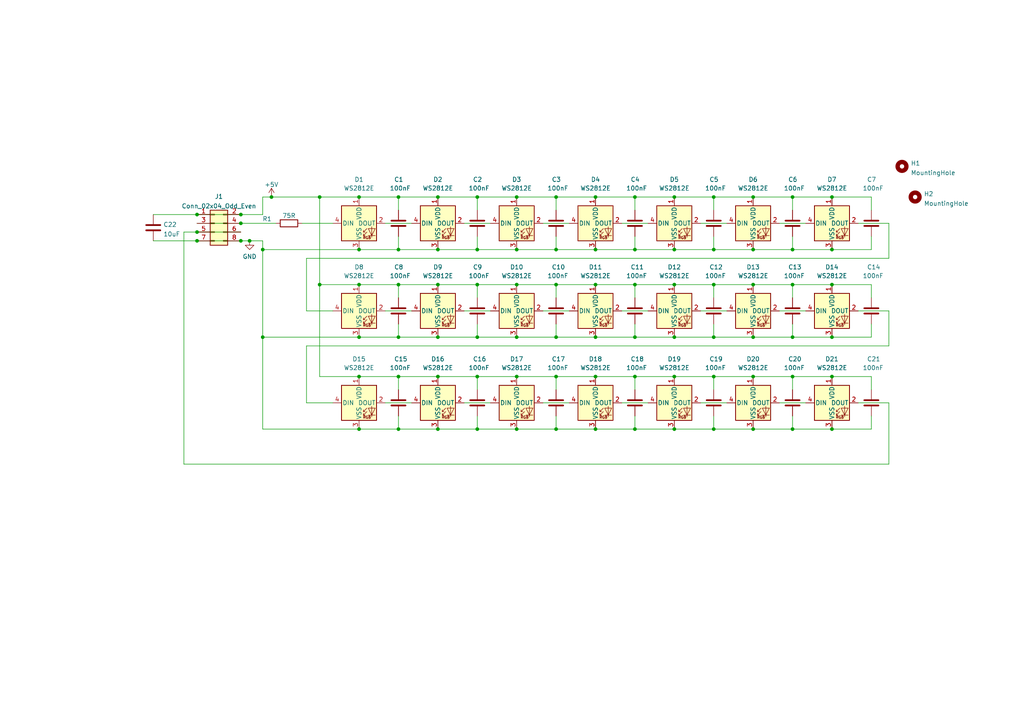
<source format=kicad_sch>
(kicad_sch (version 20211123) (generator eeschema)
  (paper "A4")
  (lib_symbols
    (symbol "Connector_Generic:Conn_02x04_Odd_Even" (pin_names (offset 1.016) hide)
      (property "Reference" "J" (at 1.27 5.08 0))
      (property "Value" "Conn_02x04_Odd_Even" (at 1.27 -7.62 0))
      (symbol "Conn_02x04_Odd_Even_1_1"
        (rectangle (start -1.27 -4.953) (end 0 -5.207) (stroke (width 0.1524)))
        (rectangle (start -1.27 -2.413) (end 0 -2.667) (stroke (width 0.1524)))
        (rectangle (start -1.27 0.127) (end 0 -0.127) (stroke (width 0.1524)))
        (rectangle (start -1.27 2.667) (end 0 2.413) (stroke (width 0.1524)))
        (rectangle (start -1.27 3.81) (end 3.81 -6.35) (stroke (width 0.254)) (fill (type background)))
        (rectangle (start 3.81 -4.953) (end 2.54 -5.207) (stroke (width 0.1524)))
        (rectangle (start 3.81 -2.413) (end 2.54 -2.667) (stroke (width 0.1524)))
        (rectangle (start 3.81 0.127) (end 2.54 -0.127) (stroke (width 0.1524)))
        (rectangle (start 3.81 2.667) (end 2.54 2.413) (stroke (width 0.1524)))
        (pin passive line (at -5.08 2.54 0) (length 3.81) (name "Pin_1") (number "1"))
        (pin passive line (at 7.62 2.54 180) (length 3.81) (name "Pin_2") (number "2"))
        (pin passive line (at -5.08 0 0) (length 3.81) (name "Pin_3") (number "3"))
        (pin passive line (at 7.62 0 180) (length 3.81) (name "Pin_4") (number "4"))
        (pin passive line (at -5.08 -2.54 0) (length 3.81) (name "Pin_5") (number "5"))
        (pin passive line (at 7.62 -2.54 180) (length 3.81) (name "Pin_6") (number "6"))
        (pin passive line (at -5.08 -5.08 0) (length 3.81) (name "Pin_7") (number "7"))
        (pin passive line (at 7.62 -5.08 180) (length 3.81) (name "Pin_8") (number "8"))
      )
    )
    (symbol "Device:C" (pin_numbers hide) (pin_names (offset 0.254))
      (property "Reference" "C" (at 0.635 2.54 0))
      (property "Value" "C" (at 0.635 -2.54 0))
      (symbol "C_0_1"
        (polyline (pts (xy -2.032 -0.762) (xy 2.032 -0.762)) (stroke (width 0.508)))
        (polyline (pts (xy -2.032 0.762) (xy 2.032 0.762)) (stroke (width 0.508)))
      )
      (symbol "C_1_1"
        (pin passive line (at 0 3.81 270) (length 2.794) (name "~") (number "1"))
        (pin passive line (at 0 -3.81 90) (length 2.794) (name "~") (number "2"))
      )
    )
    (symbol "Device:R" (pin_numbers hide) (pin_names (offset 0))
      (property "Reference" "R" (at 2.032 0 90))
      (property "Value" "R" (at 0 0 90))
      (symbol "R_0_1"
        (rectangle (start -1.016 -2.54) (end 1.016 2.54) (stroke (width 0.254)))
      )
      (symbol "R_1_1"
        (pin passive line (at 0 3.81 270) (length 1.27) (name "~") (number "1"))
        (pin passive line (at 0 -3.81 90) (length 1.27) (name "~") (number "2"))
      )
    )
    (symbol "LED:WS2812B" (pin_names (offset 0.254))
      (property "Reference" "D" (at 5.08 5.715 0))
      (property "Value" "WS2812B" (at 1.27 -5.715 0))
      (symbol "WS2812B_0_0"
        (text "RGB" (at 2.286 -4.191 0) (effects (font (size 0.762 0.762))))
      )
      (symbol "WS2812B_0_1"
        (polyline (pts (xy 1.27 -3.556) (xy 1.778 -3.556)))
        (polyline (pts (xy 1.27 -2.54) (xy 1.778 -2.54)))
        (polyline (pts (xy 4.699 -3.556) (xy 2.667 -3.556)))
        (polyline (pts (xy 2.286 -2.54) (xy 1.27 -3.556) (xy 1.27 -3.048)))
        (polyline (pts (xy 2.286 -1.524) (xy 1.27 -2.54) (xy 1.27 -2.032)))
        (polyline (pts (xy 3.683 -1.016) (xy 3.683 -3.556) (xy 3.683 -4.064)))
        (polyline (pts (xy 4.699 -1.524) (xy 2.667 -1.524) (xy 3.683 -3.556) (xy 4.699 -1.524)))
        (rectangle (start 5.08 5.08) (end -5.08 -5.08) (stroke (width 0.254)) (fill (type background)))
      )
      (symbol "WS2812B_1_1"
        (pin power_in line (at 0 7.62 270) (length 2.54) (name "VDD") (number "1"))
        (pin output line (at 7.62 0 180) (length 2.54) (name "DOUT") (number "2"))
        (pin power_in line (at 0 -7.62 90) (length 2.54) (name "VSS") (number "3"))
        (pin input line (at -7.62 0 0) (length 2.54) (name "DIN") (number "4"))
      )
    )
    (symbol "Mechanical:MountingHole" (pin_names (offset 1.016))
      (property "Reference" "H" (at 0 5.08 0))
      (property "Value" "MountingHole" (at 0 3.175 0))
      (symbol "MountingHole_0_1"
        (circle (center 0 0) (radius 1.27) (stroke (width 1.27)))
      )
    )
    (symbol "power:+5V" (power) (pin_names (offset 0))
      (property "Value" "+5V" (at 0 3.556 0))
      (symbol "+5V_0_1"
        (polyline (pts (xy -0.762 1.27) (xy 0 2.54)))
        (polyline (pts (xy 0 0) (xy 0 2.54)))
        (polyline (pts (xy 0 2.54) (xy 0.762 1.27)))
      )
      (symbol "+5V_1_1"
        (pin power_in line (at 0 0 90) (length 0) hide (name "+5V") (number "1"))
      )
    )
    (symbol "power:GND" (power) (pin_names (offset 0))
      (property "Value" "GND" (at 0 -3.81 0))
      (symbol "GND_0_1"
        (polyline (pts (xy 0 0) (xy 0 -1.27) (xy 1.27 -1.27) (xy 0 -2.54) (xy -1.27 -1.27) (xy 0 -1.27)))
      )
      (symbol "GND_1_1"
        (pin power_in line (at 0 0 270) (length 0) hide (name "GND") (number "1"))
      )
    )
  )
  (junction (at 138.43 109.22))
  (junction (at 149.86 82.55))
  (junction (at 149.86 72.39))
  (junction (at 127 124.46))
  (junction (at 161.29 57.15))
  (junction (at 195.58 97.79))
  (junction (at 69.85 69.85))
  (junction (at 115.57 124.46))
  (junction (at 149.86 97.79))
  (junction (at 241.3 82.55))
  (junction (at 161.29 124.46))
  (junction (at 127 57.15))
  (junction (at 207.01 124.46))
  (junction (at 172.72 97.79))
  (junction (at 218.44 124.46))
  (junction (at 241.3 57.15))
  (junction (at 184.15 72.39))
  (junction (at 127 82.55))
  (junction (at 241.3 109.22))
  (junction (at 78.74 57.15))
  (junction (at 69.85 62.23))
  (junction (at 241.3 97.79))
  (junction (at 229.87 82.55))
  (junction (at 207.01 72.39))
  (junction (at 195.58 72.39))
  (junction (at 184.15 124.46))
  (junction (at 138.43 97.79))
  (junction (at 161.29 82.55))
  (junction (at 195.58 109.22))
  (junction (at 172.72 124.46))
  (junction (at 72.39 69.85))
  (junction (at 218.44 72.39))
  (junction (at 138.43 124.46))
  (junction (at 195.58 82.55))
  (junction (at 184.15 109.22))
  (junction (at 229.87 109.22))
  (junction (at 241.3 72.39))
  (junction (at 207.01 57.15))
  (junction (at 229.87 97.79))
  (junction (at 69.85 64.77))
  (junction (at 184.15 57.15))
  (junction (at 218.44 82.55))
  (junction (at 104.14 57.15))
  (junction (at 104.14 82.55))
  (junction (at 138.43 57.15))
  (junction (at 172.72 109.22))
  (junction (at 104.14 124.46))
  (junction (at 104.14 72.39))
  (junction (at 115.57 82.55))
  (junction (at 195.58 57.15))
  (junction (at 92.71 82.55))
  (junction (at 57.15 62.23))
  (junction (at 161.29 72.39))
  (junction (at 149.86 124.46))
  (junction (at 57.15 69.85))
  (junction (at 76.2 97.79))
  (junction (at 115.57 57.15))
  (junction (at 218.44 57.15))
  (junction (at 184.15 82.55))
  (junction (at 76.2 72.39))
  (junction (at 104.14 109.22))
  (junction (at 195.58 124.46))
  (junction (at 218.44 97.79))
  (junction (at 229.87 57.15))
  (junction (at 127 72.39))
  (junction (at 138.43 82.55))
  (junction (at 218.44 109.22))
  (junction (at 138.43 72.39))
  (junction (at 127 109.22))
  (junction (at 127 97.79))
  (junction (at 161.29 109.22))
  (junction (at 115.57 109.22))
  (junction (at 172.72 82.55))
  (junction (at 149.86 57.15))
  (junction (at 161.29 97.79))
  (junction (at 149.86 109.22))
  (junction (at 115.57 97.79))
  (junction (at 104.14 97.79))
  (junction (at 115.57 72.39))
  (junction (at 184.15 97.79))
  (junction (at 57.15 67.31))
  (junction (at 207.01 109.22))
  (junction (at 92.71 57.15))
  (junction (at 172.72 57.15))
  (junction (at 207.01 97.79))
  (junction (at 229.87 72.39))
  (junction (at 172.72 72.39))
  (junction (at 241.3 124.46))
  (junction (at 207.01 82.55))
  (junction (at 229.87 124.46))
  (wire (pts (xy 184.15 124.46) (xy 184.15 120.65)))
  (wire (pts (xy 229.87 124.46) (xy 241.3 124.46)))
  (wire (pts (xy 207.01 109.22) (xy 218.44 109.22)))
  (wire (pts (xy 207.01 124.46) (xy 207.01 120.65)))
  (wire (pts (xy 172.72 124.46) (xy 184.15 124.46)))
  (wire (pts (xy 76.2 69.85) (xy 72.39 69.85)))
  (wire (pts (xy 149.86 97.79) (xy 161.29 97.79)))
  (wire (pts (xy 115.57 124.46) (xy 115.57 120.65)))
  (wire (pts (xy 195.58 124.46) (xy 207.01 124.46)))
  (wire (pts (xy 115.57 109.22) (xy 104.14 109.22)))
  (wire (pts (xy 115.57 57.15) (xy 104.14 57.15)))
  (wire (pts (xy 184.15 109.22) (xy 172.72 109.22)))
  (wire (pts (xy 229.87 72.39) (xy 241.3 72.39)))
  (wire (pts (xy 180.34 90.17) (xy 187.96 90.17)))
  (wire (pts (xy 127 72.39) (xy 138.43 72.39)))
  (wire (pts (xy 161.29 109.22) (xy 149.86 109.22)))
  (wire (pts (xy 44.45 62.23) (xy 57.15 62.23)))
  (wire (pts (xy 184.15 82.55) (xy 195.58 82.55)))
  (wire (pts (xy 218.44 97.79) (xy 229.87 97.79)))
  (wire (pts (xy 92.71 82.55) (xy 92.71 109.22)))
  (wire (pts (xy 229.87 57.15) (xy 218.44 57.15)))
  (wire (pts (xy 115.57 86.36) (xy 115.57 82.55)))
  (wire (pts (xy 184.15 72.39) (xy 184.15 68.58)))
  (wire (pts (xy 229.87 86.36) (xy 229.87 82.55)))
  (wire (pts (xy 115.57 97.79) (xy 115.57 93.98)))
  (wire (pts (xy 161.29 72.39) (xy 161.29 68.58)))
  (wire (pts (xy 115.57 97.79) (xy 127 97.79)))
  (wire (pts (xy 252.73 72.39) (xy 252.73 68.58)))
  (wire (pts (xy 127 97.79) (xy 138.43 97.79)))
  (wire (pts (xy 229.87 57.15) (xy 241.3 57.15)))
  (wire (pts (xy 229.87 109.22) (xy 241.3 109.22)))
  (wire (pts (xy 218.44 72.39) (xy 229.87 72.39)))
  (wire (pts (xy 76.2 124.46) (xy 76.2 97.79)))
  (wire (pts (xy 78.74 57.15) (xy 76.2 57.15)))
  (wire (pts (xy 92.71 57.15) (xy 92.71 82.55)))
  (wire (pts (xy 161.29 82.55) (xy 149.86 82.55)))
  (wire (pts (xy 207.01 72.39) (xy 218.44 72.39)))
  (wire (pts (xy 184.15 97.79) (xy 195.58 97.79)))
  (wire (pts (xy 184.15 57.15) (xy 195.58 57.15)))
  (wire (pts (xy 226.06 64.77) (xy 233.68 64.77)))
  (wire (pts (xy 138.43 124.46) (xy 138.43 120.65)))
  (wire (pts (xy 207.01 97.79) (xy 207.01 93.98)))
  (wire (pts (xy 88.9 74.93) (xy 88.9 90.17)))
  (wire (pts (xy 257.81 100.33) (xy 257.81 90.17)))
  (wire (pts (xy 207.01 109.22) (xy 195.58 109.22)))
  (wire (pts (xy 229.87 113.03) (xy 229.87 109.22)))
  (wire (pts (xy 115.57 82.55) (xy 127 82.55)))
  (wire (pts (xy 138.43 82.55) (xy 127 82.55)))
  (wire (pts (xy 184.15 86.36) (xy 184.15 82.55)))
  (wire (pts (xy 195.58 72.39) (xy 207.01 72.39)))
  (wire (pts (xy 115.57 124.46) (xy 127 124.46)))
  (wire (pts (xy 241.3 72.39) (xy 252.73 72.39)))
  (wire (pts (xy 138.43 57.15) (xy 149.86 57.15)))
  (wire (pts (xy 184.15 82.55) (xy 172.72 82.55)))
  (wire (pts (xy 229.87 97.79) (xy 241.3 97.79)))
  (wire (pts (xy 138.43 60.96) (xy 138.43 57.15)))
  (wire (pts (xy 241.3 124.46) (xy 252.73 124.46)))
  (wire (pts (xy 226.06 116.84) (xy 233.68 116.84)))
  (wire (pts (xy 92.71 109.22) (xy 104.14 109.22)))
  (wire (pts (xy 226.06 90.17) (xy 233.68 90.17)))
  (wire (pts (xy 138.43 72.39) (xy 149.86 72.39)))
  (wire (pts (xy 138.43 97.79) (xy 138.43 93.98)))
  (wire (pts (xy 252.73 86.36) (xy 252.73 82.55)))
  (wire (pts (xy 149.86 72.39) (xy 161.29 72.39)))
  (wire (pts (xy 207.01 57.15) (xy 195.58 57.15)))
  (wire (pts (xy 207.01 113.03) (xy 207.01 109.22)))
  (wire (pts (xy 138.43 109.22) (xy 127 109.22)))
  (wire (pts (xy 229.87 82.55) (xy 218.44 82.55)))
  (wire (pts (xy 161.29 57.15) (xy 149.86 57.15)))
  (wire (pts (xy 76.2 97.79) (xy 76.2 72.39)))
  (wire (pts (xy 161.29 124.46) (xy 161.29 120.65)))
  (wire (pts (xy 161.29 72.39) (xy 172.72 72.39)))
  (wire (pts (xy 257.81 134.62) (xy 53.34 134.62)))
  (wire (pts (xy 161.29 82.55) (xy 172.72 82.55)))
  (wire (pts (xy 57.15 67.31) (xy 69.85 67.31)))
  (wire (pts (xy 172.72 97.79) (xy 184.15 97.79)))
  (wire (pts (xy 161.29 97.79) (xy 161.29 93.98)))
  (wire (pts (xy 161.29 124.46) (xy 172.72 124.46)))
  (wire (pts (xy 57.15 69.85) (xy 69.85 69.85)))
  (wire (pts (xy 207.01 124.46) (xy 218.44 124.46)))
  (wire (pts (xy 184.15 57.15) (xy 172.72 57.15)))
  (wire (pts (xy 76.2 97.79) (xy 104.14 97.79)))
  (wire (pts (xy 157.48 90.17) (xy 165.1 90.17)))
  (wire (pts (xy 138.43 113.03) (xy 138.43 109.22)))
  (wire (pts (xy 115.57 68.58) (xy 115.57 72.39)))
  (wire (pts (xy 115.57 82.55) (xy 104.14 82.55)))
  (wire (pts (xy 92.71 82.55) (xy 104.14 82.55)))
  (wire (pts (xy 111.76 116.84) (xy 119.38 116.84)))
  (wire (pts (xy 257.81 64.77) (xy 257.81 74.93)))
  (wire (pts (xy 207.01 97.79) (xy 218.44 97.79)))
  (wire (pts (xy 229.87 72.39) (xy 229.87 68.58)))
  (wire (pts (xy 53.34 134.62) (xy 53.34 67.31)))
  (wire (pts (xy 138.43 124.46) (xy 149.86 124.46)))
  (wire (pts (xy 161.29 109.22) (xy 172.72 109.22)))
  (wire (pts (xy 138.43 97.79) (xy 149.86 97.79)))
  (wire (pts (xy 134.62 90.17) (xy 142.24 90.17)))
  (wire (pts (xy 115.57 60.96) (xy 115.57 57.15)))
  (wire (pts (xy 172.72 72.39) (xy 184.15 72.39)))
  (wire (pts (xy 88.9 116.84) (xy 96.52 116.84)))
  (wire (pts (xy 252.73 82.55) (xy 241.3 82.55)))
  (wire (pts (xy 134.62 64.77) (xy 142.24 64.77)))
  (wire (pts (xy 207.01 86.36) (xy 207.01 82.55)))
  (wire (pts (xy 203.2 64.77) (xy 210.82 64.77)))
  (wire (pts (xy 69.85 64.77) (xy 80.01 64.77)))
  (wire (pts (xy 111.76 64.77) (xy 119.38 64.77)))
  (wire (pts (xy 207.01 82.55) (xy 218.44 82.55)))
  (wire (pts (xy 149.86 124.46) (xy 161.29 124.46)))
  (wire (pts (xy 229.87 124.46) (xy 229.87 120.65)))
  (wire (pts (xy 184.15 60.96) (xy 184.15 57.15)))
  (wire (pts (xy 69.85 62.23) (xy 76.2 62.23)))
  (wire (pts (xy 88.9 100.33) (xy 257.81 100.33)))
  (wire (pts (xy 92.71 57.15) (xy 78.74 57.15)))
  (wire (pts (xy 195.58 97.79) (xy 207.01 97.79)))
  (wire (pts (xy 229.87 97.79) (xy 229.87 93.98)))
  (wire (pts (xy 229.87 60.96) (xy 229.87 57.15)))
  (wire (pts (xy 115.57 109.22) (xy 127 109.22)))
  (wire (pts (xy 184.15 109.22) (xy 195.58 109.22)))
  (wire (pts (xy 161.29 86.36) (xy 161.29 82.55)))
  (wire (pts (xy 44.45 69.85) (xy 57.15 69.85)))
  (wire (pts (xy 207.01 82.55) (xy 195.58 82.55)))
  (wire (pts (xy 138.43 82.55) (xy 149.86 82.55)))
  (wire (pts (xy 203.2 90.17) (xy 210.82 90.17)))
  (wire (pts (xy 184.15 72.39) (xy 195.58 72.39)))
  (wire (pts (xy 161.29 113.03) (xy 161.29 109.22)))
  (wire (pts (xy 161.29 60.96) (xy 161.29 57.15)))
  (wire (pts (xy 104.14 72.39) (xy 115.57 72.39)))
  (wire (pts (xy 115.57 72.39) (xy 127 72.39)))
  (wire (pts (xy 134.62 116.84) (xy 142.24 116.84)))
  (wire (pts (xy 184.15 124.46) (xy 195.58 124.46)))
  (wire (pts (xy 57.15 62.23) (xy 69.85 62.23)))
  (wire (pts (xy 111.76 90.17) (xy 119.38 90.17)))
  (wire (pts (xy 252.73 97.79) (xy 252.73 93.98)))
  (wire (pts (xy 252.73 124.46) (xy 252.73 120.65)))
  (wire (pts (xy 138.43 57.15) (xy 127 57.15)))
  (wire (pts (xy 248.92 116.84) (xy 257.81 116.84)))
  (wire (pts (xy 88.9 90.17) (xy 96.52 90.17)))
  (wire (pts (xy 180.34 116.84) (xy 187.96 116.84)))
  (wire (pts (xy 257.81 116.84) (xy 257.81 134.62)))
  (wire (pts (xy 157.48 116.84) (xy 165.1 116.84)))
  (wire (pts (xy 241.3 97.79) (xy 252.73 97.79)))
  (wire (pts (xy 184.15 97.79) (xy 184.15 93.98)))
  (wire (pts (xy 252.73 60.96) (xy 252.73 57.15)))
  (wire (pts (xy 127 124.46) (xy 138.43 124.46)))
  (wire (pts (xy 87.63 64.77) (xy 96.52 64.77)))
  (wire (pts (xy 157.48 64.77) (xy 165.1 64.77)))
  (wire (pts (xy 53.34 67.31) (xy 57.15 67.31)))
  (wire (pts (xy 257.81 74.93) (xy 88.9 74.93)))
  (wire (pts (xy 138.43 72.39) (xy 138.43 68.58)))
  (wire (pts (xy 104.14 124.46) (xy 115.57 124.46)))
  (wire (pts (xy 229.87 82.55) (xy 241.3 82.55)))
  (wire (pts (xy 104.14 97.79) (xy 115.57 97.79)))
  (wire (pts (xy 257.81 90.17) (xy 248.92 90.17)))
  (wire (pts (xy 218.44 124.46) (xy 229.87 124.46)))
  (wire (pts (xy 76.2 72.39) (xy 76.2 69.85)))
  (wire (pts (xy 207.01 60.96) (xy 207.01 57.15)))
  (wire (pts (xy 252.73 113.03) (xy 252.73 109.22)))
  (wire (pts (xy 104.14 72.39) (xy 76.2 72.39)))
  (wire (pts (xy 229.87 109.22) (xy 218.44 109.22)))
  (wire (pts (xy 115.57 57.15) (xy 127 57.15)))
  (wire (pts (xy 72.39 69.85) (xy 69.85 69.85)))
  (wire (pts (xy 248.92 64.77) (xy 257.81 64.77)))
  (wire (pts (xy 57.15 64.77) (xy 69.85 64.77)))
  (wire (pts (xy 115.57 113.03) (xy 115.57 109.22)))
  (wire (pts (xy 161.29 57.15) (xy 172.72 57.15)))
  (wire (pts (xy 207.01 72.39) (xy 207.01 68.58)))
  (wire (pts (xy 138.43 109.22) (xy 149.86 109.22)))
  (wire (pts (xy 207.01 57.15) (xy 218.44 57.15)))
  (wire (pts (xy 76.2 57.15) (xy 76.2 62.23)))
  (wire (pts (xy 252.73 57.15) (xy 241.3 57.15)))
  (wire (pts (xy 104.14 57.15) (xy 92.71 57.15)))
  (wire (pts (xy 138.43 86.36) (xy 138.43 82.55)))
  (wire (pts (xy 184.15 113.03) (xy 184.15 109.22)))
  (wire (pts (xy 76.2 124.46) (xy 104.14 124.46)))
  (wire (pts (xy 161.29 97.79) (xy 172.72 97.79)))
  (wire (pts (xy 88.9 116.84) (xy 88.9 100.33)))
  (wire (pts (xy 203.2 116.84) (xy 210.82 116.84)))
  (wire (pts (xy 252.73 109.22) (xy 241.3 109.22)))
  (wire (pts (xy 180.34 64.77) (xy 187.96 64.77)))
  (symbol (lib_id "Device:C") (at 252.73 116.84 0) (unit 1)
    (property "Reference" "C21" (at 251.46 104.14 0) (effects (justify left)))
    (property "Value" "100nF" (at 250.19 106.68 0) (effects (justify left)))
    (property "Footprint" "Capacitor_SMD:C_0402_1005Metric" (effects hide))
    (property "LCSC" "C1525" (effects hide))
  )
  (symbol (lib_id "LED:WS2812B") (at 172.72 116.84 0) (unit 1)
    (property "Reference" "D18" (at 172.72 104.14 0))
    (property "Value" "WS2812E" (at 172.72 106.68 0))
    (property "Footprint" "LED_SMD:LED_WS2812B_PLCC4_5.0x5.0mm_P3.2mm" (effects hide))
    (property "Datasheet" "https://cdn-shop.adafruit.com/datasheets/WS2812B.pdf" (effects hide))
    (property "LCSC" "C139127" (effects hide))
  )
  (symbol (lib_id "Connector_Generic:Conn_02x04_Odd_Even") (at 62.23 64.77 0) (unit 1)
    (property "Reference" "J1" (at 63.5 56.9935 0))
    (property "Value" "Conn_02x04_Odd_Even" (at 63.5 59.7686 0))
    (property "Footprint" "Connector_PinSocket_2.54mm:PinSocket_2x04_P2.54mm_Horizontal" (effects hide))
  )
  (symbol (lib_id "Device:C") (at 184.15 64.77 0) (unit 1)
    (property "Reference" "C4" (at 182.88 52.07 0) (effects (justify left)))
    (property "Value" "100nF" (at 181.61 54.61 0) (effects (justify left)))
    (property "Footprint" "Capacitor_SMD:C_0402_1005Metric" (effects hide))
    (property "LCSC" "C1525" (effects hide))
  )
  (symbol (lib_id "LED:WS2812B") (at 104.14 90.17 0) (unit 1)
    (property "Reference" "D8" (at 104.14 77.47 0))
    (property "Value" "WS2812E" (at 104.14 80.01 0))
    (property "Footprint" "LED_SMD:LED_WS2812B_PLCC4_5.0x5.0mm_P3.2mm" (effects hide))
    (property "Datasheet" "https://cdn-shop.adafruit.com/datasheets/WS2812B.pdf" (effects hide))
    (property "LCSC" "C139127" (effects hide))
  )
  (symbol (lib_id "Mechanical:MountingHole") (at 261.62 48.26 0) (unit 1)
    (property "Reference" "H1" (at 264.16 47.3515 0) (effects (justify left)))
    (property "Value" "MountingHole" (at 264.16 50.1266 0) (effects (justify left)))
    (property "Footprint" "MountingHole:MountingHole_3.2mm_M3" (effects hide))
  )
  (symbol (lib_id "LED:WS2812B") (at 172.72 64.77 0) (unit 1)
    (property "Reference" "D4" (at 172.72 52.07 0))
    (property "Value" "WS2812E" (at 172.72 54.61 0))
    (property "Footprint" "LED_SMD:LED_WS2812B_PLCC4_5.0x5.0mm_P3.2mm" (effects hide))
    (property "Datasheet" "https://cdn-shop.adafruit.com/datasheets/WS2812B.pdf" (effects hide))
    (property "LCSC" "C139127" (effects hide))
  )
  (symbol (lib_id "LED:WS2812B") (at 127 116.84 0) (unit 1)
    (property "Reference" "D16" (at 127 104.14 0))
    (property "Value" "WS2812E" (at 127 106.68 0))
    (property "Footprint" "LED_SMD:LED_WS2812B_PLCC4_5.0x5.0mm_P3.2mm" (effects hide))
    (property "Datasheet" "https://cdn-shop.adafruit.com/datasheets/WS2812B.pdf" (effects hide))
    (property "LCSC" "C139127" (effects hide))
  )
  (symbol (lib_id "LED:WS2812B") (at 149.86 64.77 0) (unit 1)
    (property "Reference" "D3" (at 149.86 52.07 0))
    (property "Value" "WS2812E" (at 149.86 54.61 0))
    (property "Footprint" "LED_SMD:LED_WS2812B_PLCC4_5.0x5.0mm_P3.2mm" (effects hide))
    (property "Datasheet" "https://cdn-shop.adafruit.com/datasheets/WS2812B.pdf" (effects hide))
    (property "LCSC" "C139127" (effects hide))
  )
  (symbol (lib_id "Device:C") (at 207.01 116.84 0) (unit 1)
    (property "Reference" "C19" (at 205.74 104.14 0) (effects (justify left)))
    (property "Value" "100nF" (at 204.47 106.68 0) (effects (justify left)))
    (property "Footprint" "Capacitor_SMD:C_0402_1005Metric" (effects hide))
    (property "LCSC" "C1525" (effects hide))
  )
  (symbol (lib_id "Device:C") (at 115.57 116.84 0) (unit 1)
    (property "Reference" "C15" (at 114.3 104.14 0) (effects (justify left)))
    (property "Value" "100nF" (at 113.03 106.68 0) (effects (justify left)))
    (property "Footprint" "Capacitor_SMD:C_0402_1005Metric" (effects hide))
    (property "LCSC" "C1525" (effects hide))
  )
  (symbol (lib_id "LED:WS2812B") (at 149.86 90.17 0) (unit 1)
    (property "Reference" "D10" (at 149.86 77.47 0))
    (property "Value" "WS2812E" (at 149.86 80.01 0))
    (property "Footprint" "LED_SMD:LED_WS2812B_PLCC4_5.0x5.0mm_P3.2mm" (effects hide))
    (property "Datasheet" "https://cdn-shop.adafruit.com/datasheets/WS2812B.pdf" (effects hide))
    (property "LCSC" "C139127" (effects hide))
  )
  (symbol (lib_id "Device:C") (at 161.29 116.84 0) (unit 1)
    (property "Reference" "C17" (at 160.02 104.14 0) (effects (justify left)))
    (property "Value" "100nF" (at 158.75 106.68 0) (effects (justify left)))
    (property "Footprint" "Capacitor_SMD:C_0402_1005Metric" (effects hide))
    (property "LCSC" "C1525" (effects hide))
  )
  (symbol (lib_id "LED:WS2812B") (at 241.3 64.77 0) (unit 1)
    (property "Reference" "D7" (at 241.3 52.07 0))
    (property "Value" "WS2812E" (at 241.3 54.61 0))
    (property "Footprint" "LED_SMD:LED_WS2812B_PLCC4_5.0x5.0mm_P3.2mm" (effects hide))
    (property "Datasheet" "https://cdn-shop.adafruit.com/datasheets/WS2812B.pdf" (effects hide))
    (property "LCSC" "C139127" (effects hide))
  )
  (symbol (lib_id "Device:C") (at 44.45 66.04 0) (unit 1)
    (property "Reference" "C22" (at 47.371 65.1315 0) (effects (justify left)))
    (property "Value" "10uF" (at 47.371 67.9066 0) (effects (justify left)))
    (property "Footprint" "Capacitor_SMD:C_0603_1608Metric" (effects hide))
    (property "LCSC" "C19702" (effects hide))
  )
  (symbol (lib_id "Device:C") (at 184.15 90.17 0) (unit 1)
    (property "Reference" "C11" (at 182.88 77.47 0) (effects (justify left)))
    (property "Value" "100nF" (at 181.61 80.01 0) (effects (justify left)))
    (property "Footprint" "Capacitor_SMD:C_0402_1005Metric" (effects hide))
    (property "LCSC" "C1525" (effects hide))
  )
  (symbol (lib_id "LED:WS2812B") (at 104.14 64.77 0) (unit 1)
    (property "Reference" "D1" (at 104.14 52.07 0))
    (property "Value" "WS2812E" (at 104.14 54.61 0))
    (property "Footprint" "LED_SMD:LED_WS2812B_PLCC4_5.0x5.0mm_P3.2mm" (effects hide))
    (property "Datasheet" "https://cdn-shop.adafruit.com/datasheets/WS2812B.pdf" (effects hide))
    (property "LCSC" "C139127" (effects hide))
  )
  (symbol (lib_id "Device:C") (at 161.29 90.17 0) (unit 1)
    (property "Reference" "C10" (at 160.02 77.47 0) (effects (justify left)))
    (property "Value" "100nF" (at 158.75 80.01 0) (effects (justify left)))
    (property "Footprint" "Capacitor_SMD:C_0402_1005Metric" (effects hide))
    (property "LCSC" "C1525" (effects hide))
  )
  (symbol (lib_id "Device:C") (at 252.73 64.77 0) (unit 1)
    (property "Reference" "C7" (at 251.46 52.07 0) (effects (justify left)))
    (property "Value" "100nF" (at 250.19 54.61 0) (effects (justify left)))
    (property "Footprint" "Capacitor_SMD:C_0402_1005Metric" (effects hide))
    (property "LCSC" "C1525" (effects hide))
  )
  (symbol (lib_id "Device:C") (at 115.57 64.77 0) (unit 1)
    (property "Reference" "C1" (at 114.3 52.07 0) (effects (justify left)))
    (property "Value" "100nF" (at 113.03 54.61 0) (effects (justify left)))
    (property "Footprint" "Capacitor_SMD:C_0402_1005Metric" (effects hide))
    (property "LCSC" "C1525" (effects hide))
  )
  (symbol (lib_id "Device:C") (at 184.15 116.84 0) (unit 1)
    (property "Reference" "C18" (at 182.88 104.14 0) (effects (justify left)))
    (property "Value" "100nF" (at 181.61 106.68 0) (effects (justify left)))
    (property "Footprint" "Capacitor_SMD:C_0402_1005Metric" (effects hide))
    (property "LCSC" "C1525" (effects hide))
  )
  (symbol (lib_id "LED:WS2812B") (at 241.3 116.84 0) (unit 1)
    (property "Reference" "D21" (at 241.3 104.14 0))
    (property "Value" "WS2812E" (at 241.3 106.68 0))
    (property "Footprint" "LED_SMD:LED_WS2812B_PLCC4_5.0x5.0mm_P3.2mm" (effects hide))
    (property "Datasheet" "https://cdn-shop.adafruit.com/datasheets/WS2812B.pdf" (effects hide))
    (property "LCSC" "C139127" (effects hide))
  )
  (symbol (lib_id "LED:WS2812B") (at 218.44 90.17 0) (unit 1)
    (property "Reference" "D13" (at 218.44 77.47 0))
    (property "Value" "WS2812E" (at 218.44 80.01 0))
    (property "Footprint" "LED_SMD:LED_WS2812B_PLCC4_5.0x5.0mm_P3.2mm" (effects hide))
    (property "Datasheet" "https://cdn-shop.adafruit.com/datasheets/WS2812B.pdf" (effects hide))
    (property "LCSC" "C139127" (effects hide))
  )
  (symbol (lib_id "Device:C") (at 207.01 90.17 0) (unit 1)
    (property "Reference" "C12" (at 205.74 77.47 0) (effects (justify left)))
    (property "Value" "100nF" (at 204.47 80.01 0) (effects (justify left)))
    (property "Footprint" "Capacitor_SMD:C_0402_1005Metric" (effects hide))
    (property "LCSC" "C1525" (effects hide))
  )
  (symbol (lib_id "Device:C") (at 138.43 64.77 0) (unit 1)
    (property "Reference" "C2" (at 137.16 52.07 0) (effects (justify left)))
    (property "Value" "100nF" (at 135.89 54.61 0) (effects (justify left)))
    (property "Footprint" "Capacitor_SMD:C_0402_1005Metric" (effects hide))
    (property "LCSC" "C1525" (effects hide))
  )
  (symbol (lib_id "LED:WS2812B") (at 104.14 116.84 0) (unit 1)
    (property "Reference" "D15" (at 104.14 104.14 0))
    (property "Value" "WS2812E" (at 104.14 106.68 0))
    (property "Footprint" "LED_SMD:LED_WS2812B_PLCC4_5.0x5.0mm_P3.2mm" (effects hide))
    (property "Datasheet" "https://cdn-shop.adafruit.com/datasheets/WS2812B.pdf" (effects hide))
    (property "LCSC" "C139127" (effects hide))
  )
  (symbol (lib_id "LED:WS2812B") (at 127 64.77 0) (unit 1)
    (property "Reference" "D2" (at 127 52.07 0))
    (property "Value" "WS2812E" (at 127 54.61 0))
    (property "Footprint" "LED_SMD:LED_WS2812B_PLCC4_5.0x5.0mm_P3.2mm" (effects hide))
    (property "Datasheet" "https://cdn-shop.adafruit.com/datasheets/WS2812B.pdf" (effects hide))
    (property "LCSC" "C139127" (effects hide))
  )
  (symbol (lib_id "Device:R") (at 83.82 64.77 90) (unit 1)
    (property "Reference" "R1" (at 77.47 63.5 90))
    (property "Value" "75R" (at 83.82 62.5626 90))
    (property "Footprint" "Resistor_SMD:R_0603_1608Metric" (effects hide))
    (property "LCSC" "C4275" (effects hide))
  )
  (symbol (lib_id "LED:WS2812B") (at 195.58 64.77 0) (unit 1)
    (property "Reference" "D5" (at 195.58 52.07 0))
    (property "Value" "WS2812E" (at 195.58 54.61 0))
    (property "Footprint" "LED_SMD:LED_WS2812B_PLCC4_5.0x5.0mm_P3.2mm" (effects hide))
    (property "Datasheet" "https://cdn-shop.adafruit.com/datasheets/WS2812B.pdf" (effects hide))
    (property "LCSC" "C139127" (effects hide))
  )
  (symbol (lib_id "Device:C") (at 207.01 64.77 0) (unit 1)
    (property "Reference" "C5" (at 205.74 52.07 0) (effects (justify left)))
    (property "Value" "100nF" (at 204.47 54.61 0) (effects (justify left)))
    (property "Footprint" "Capacitor_SMD:C_0402_1005Metric" (effects hide))
    (property "LCSC" "C1525" (effects hide))
  )
  (symbol (lib_id "Device:C") (at 138.43 90.17 0) (unit 1)
    (property "Reference" "C9" (at 137.16 77.47 0) (effects (justify left)))
    (property "Value" "100nF" (at 135.89 80.01 0) (effects (justify left)))
    (property "Footprint" "Capacitor_SMD:C_0402_1005Metric" (effects hide))
    (property "LCSC" "C1525" (effects hide))
  )
  (symbol (lib_id "Device:C") (at 138.43 116.84 0) (unit 1)
    (property "Reference" "C16" (at 137.16 104.14 0) (effects (justify left)))
    (property "Value" "100nF" (at 135.89 106.68 0) (effects (justify left)))
    (property "Footprint" "Capacitor_SMD:C_0402_1005Metric" (effects hide))
    (property "LCSC" "C1525" (effects hide))
  )
  (symbol (lib_id "Device:C") (at 161.29 64.77 0) (unit 1)
    (property "Reference" "C3" (at 160.02 52.07 0) (effects (justify left)))
    (property "Value" "100nF" (at 158.75 54.61 0) (effects (justify left)))
    (property "Footprint" "Capacitor_SMD:C_0402_1005Metric" (effects hide))
    (property "LCSC" "C1525" (effects hide))
  )
  (symbol (lib_id "Device:C") (at 229.87 64.77 0) (unit 1)
    (property "Reference" "C6" (at 228.6 52.07 0) (effects (justify left)))
    (property "Value" "100nF" (at 227.33 54.61 0) (effects (justify left)))
    (property "Footprint" "Capacitor_SMD:C_0402_1005Metric" (effects hide))
    (property "LCSC" "C1525" (effects hide))
  )
  (symbol (lib_id "Device:C") (at 252.73 90.17 0) (unit 1)
    (property "Reference" "C14" (at 251.46 77.47 0) (effects (justify left)))
    (property "Value" "100nF" (at 250.19 80.01 0) (effects (justify left)))
    (property "Footprint" "Capacitor_SMD:C_0402_1005Metric" (effects hide))
    (property "LCSC" "C1525" (effects hide))
  )
  (symbol (lib_id "Device:C") (at 229.87 90.17 0) (unit 1)
    (property "Reference" "C13" (at 228.6 77.47 0) (effects (justify left)))
    (property "Value" "100nF" (at 227.33 80.01 0) (effects (justify left)))
    (property "Footprint" "Capacitor_SMD:C_0402_1005Metric" (effects hide))
    (property "LCSC" "C1525" (effects hide))
  )
  (symbol (lib_id "LED:WS2812B") (at 127 90.17 0) (unit 1)
    (property "Reference" "D9" (at 127 77.47 0))
    (property "Value" "WS2812E" (at 127 80.01 0))
    (property "Footprint" "LED_SMD:LED_WS2812B_PLCC4_5.0x5.0mm_P3.2mm" (effects hide))
    (property "Datasheet" "https://cdn-shop.adafruit.com/datasheets/WS2812B.pdf" (effects hide))
    (property "LCSC" "C139127" (effects hide))
  )
  (symbol (lib_id "LED:WS2812B") (at 218.44 64.77 0) (unit 1)
    (property "Reference" "D6" (at 218.44 52.07 0))
    (property "Value" "WS2812E" (at 218.44 54.61 0))
    (property "Footprint" "LED_SMD:LED_WS2812B_PLCC4_5.0x5.0mm_P3.2mm" (effects hide))
    (property "Datasheet" "https://cdn-shop.adafruit.com/datasheets/WS2812B.pdf" (effects hide))
    (property "LCSC" "C139127" (effects hide))
  )
  (symbol (lib_id "power:GND") (at 72.39 69.85 0) (unit 1)
    (property "Reference" "#PWR0101" (effects hide))
    (property "Value" "GND" (at 72.39 74.4125 0))
  )
  (symbol (lib_id "LED:WS2812B") (at 149.86 116.84 0) (unit 1)
    (property "Reference" "D17" (at 149.86 104.14 0))
    (property "Value" "WS2812E" (at 149.86 106.68 0))
    (property "Footprint" "LED_SMD:LED_WS2812B_PLCC4_5.0x5.0mm_P3.2mm" (effects hide))
    (property "Datasheet" "https://cdn-shop.adafruit.com/datasheets/WS2812B.pdf" (effects hide))
    (property "LCSC" "C139127" (effects hide))
  )
  (symbol (lib_id "LED:WS2812B") (at 218.44 116.84 0) (unit 1)
    (property "Reference" "D20" (at 218.44 104.14 0))
    (property "Value" "WS2812E" (at 218.44 106.68 0))
    (property "Footprint" "LED_SMD:LED_WS2812B_PLCC4_5.0x5.0mm_P3.2mm" (effects hide))
    (property "Datasheet" "https://cdn-shop.adafruit.com/datasheets/WS2812B.pdf" (effects hide))
    (property "LCSC" "C139127" (effects hide))
  )
  (symbol (lib_id "LED:WS2812B") (at 195.58 116.84 0) (unit 1)
    (property "Reference" "D19" (at 195.58 104.14 0))
    (property "Value" "WS2812E" (at 195.58 106.68 0))
    (property "Footprint" "LED_SMD:LED_WS2812B_PLCC4_5.0x5.0mm_P3.2mm" (effects hide))
    (property "Datasheet" "https://cdn-shop.adafruit.com/datasheets/WS2812B.pdf" (effects hide))
    (property "LCSC" "C139127" (effects hide))
  )
  (symbol (lib_id "LED:WS2812B") (at 195.58 90.17 0) (unit 1)
    (property "Reference" "D12" (at 195.58 77.47 0))
    (property "Value" "WS2812E" (at 195.58 80.01 0))
    (property "Footprint" "LED_SMD:LED_WS2812B_PLCC4_5.0x5.0mm_P3.2mm" (effects hide))
    (property "Datasheet" "https://cdn-shop.adafruit.com/datasheets/WS2812B.pdf" (effects hide))
    (property "LCSC" "C139127" (effects hide))
  )
  (symbol (lib_id "power:+5V") (at 78.74 57.15 0) (unit 1)
    (property "Reference" "#PWR0102" (effects hide))
    (property "Value" "+5V" (at 78.74 53.5455 0))
  )
  (symbol (lib_id "LED:WS2812B") (at 172.72 90.17 0) (unit 1)
    (property "Reference" "D11" (at 172.72 77.47 0))
    (property "Value" "WS2812E" (at 172.72 80.01 0))
    (property "Footprint" "LED_SMD:LED_WS2812B_PLCC4_5.0x5.0mm_P3.2mm" (effects hide))
    (property "Datasheet" "https://cdn-shop.adafruit.com/datasheets/WS2812B.pdf" (effects hide))
    (property "LCSC" "C139127" (effects hide))
  )
  (symbol (lib_id "Device:C") (at 229.87 116.84 0) (unit 1)
    (property "Reference" "C20" (at 228.6 104.14 0) (effects (justify left)))
    (property "Value" "100nF" (at 227.33 106.68 0) (effects (justify left)))
    (property "Footprint" "Capacitor_SMD:C_0402_1005Metric" (effects hide))
    (property "LCSC" "C1525" (effects hide))
  )
  (symbol (lib_id "Device:C") (at 115.57 90.17 0) (unit 1)
    (property "Reference" "C8" (at 114.3 77.47 0) (effects (justify left)))
    (property "Value" "100nF" (at 113.03 80.01 0) (effects (justify left)))
    (property "Footprint" "Capacitor_SMD:C_0402_1005Metric" (effects hide))
    (property "LCSC" "C1525" (effects hide))
  )
  (symbol (lib_id "Mechanical:MountingHole") (at 265.43 57.15 0) (unit 1)
    (property "Reference" "H2" (at 267.97 56.2415 0) (effects (justify left)))
    (property "Value" "MountingHole" (at 267.97 59.0166 0) (effects (justify left)))
    (property "Footprint" "MountingHole:MountingHole_3.2mm_M3" (effects hide))
  )
  (symbol (lib_id "LED:WS2812B") (at 241.3 90.17 0) (unit 1)
    (property "Reference" "D14" (at 241.3 77.47 0))
    (property "Value" "WS2812E" (at 241.3 80.01 0))
    (property "Footprint" "LED_SMD:LED_WS2812B_PLCC4_5.0x5.0mm_P3.2mm" (effects hide))
    (property "Datasheet" "https://cdn-shop.adafruit.com/datasheets/WS2812B.pdf" (effects hide))
    (property "LCSC" "C139127" (effects hide))
  )
)
</source>
